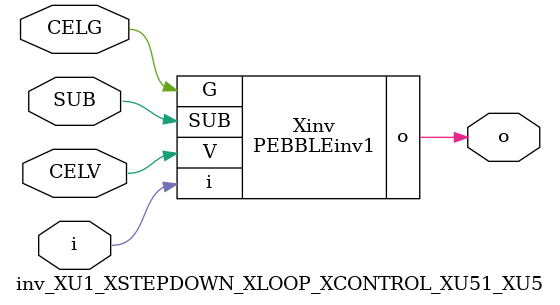
<source format=v>



module PEBBLEinv1 ( o, G, SUB, V, i );

  input V;
  input i;
  input G;
  output o;
  input SUB;
endmodule

//Celera Confidential Do Not Copy inv_XU1_XSTEPDOWN_XLOOP_XCONTROL_XU51_XU5
//Celera Confidential Symbol Generator
//5V Inverter
module inv_XU1_XSTEPDOWN_XLOOP_XCONTROL_XU51_XU5 (CELV,CELG,i,o,SUB);
input CELV;
input CELG;
input i;
input SUB;
output o;

//Celera Confidential Do Not Copy inv
PEBBLEinv1 Xinv(
.V (CELV),
.i (i),
.o (o),
.SUB (SUB),
.G (CELG)
);
//,diesize,PEBBLEinv1

//Celera Confidential Do Not Copy Module End
//Celera Schematic Generator
endmodule

</source>
